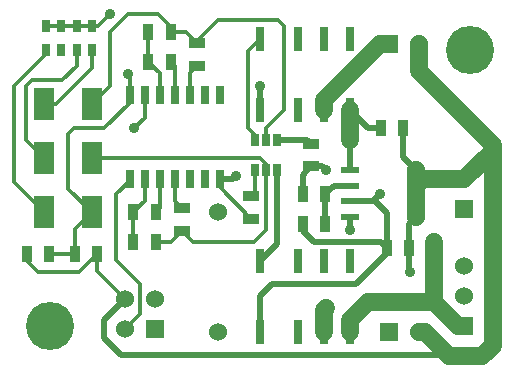
<source format=gtl>
G04 (created by PCBNEW (2013-04-19 BZR 4011)-stable) date 7/15/2013 11:46:01 PM*
%MOIN*%
G04 Gerber Fmt 3.4, Leading zero omitted, Abs format*
%FSLAX34Y34*%
G01*
G70*
G90*
G04 APERTURE LIST*
%ADD10C,0.000787402*%
%ADD11R,0.035X0.055*%
%ADD12R,0.0709X0.1063*%
%ADD13C,0.06*%
%ADD14C,0.16*%
%ADD15R,0.06X0.06*%
%ADD16R,0.055X0.035*%
%ADD17R,0.0255906X0.0393701*%
%ADD18R,0.0276X0.0394*%
%ADD19R,0.0275591X0.0787402*%
%ADD20R,0.0275591X0.0610236*%
%ADD21R,0.0610236X0.023622*%
%ADD22C,0.035*%
%ADD23C,0.0590551*%
%ADD24C,0.019685*%
%ADD25C,0.011811*%
G04 APERTURE END LIST*
G54D10*
G54D11*
X46775Y-44800D03*
X46025Y-44800D03*
X47625Y-44800D03*
X48375Y-44800D03*
G54D12*
X48187Y-39800D03*
X46613Y-39800D03*
X48187Y-41600D03*
X46613Y-41600D03*
X48187Y-43400D03*
X46613Y-43400D03*
G54D13*
X52400Y-47400D03*
X52400Y-43400D03*
G54D14*
X46800Y-47200D03*
X60800Y-38000D03*
G54D15*
X50300Y-47300D03*
G54D13*
X49300Y-47300D03*
X50300Y-46300D03*
X49300Y-46300D03*
G54D15*
X58100Y-47400D03*
G54D13*
X59100Y-47400D03*
G54D15*
X58100Y-37800D03*
G54D13*
X59100Y-37800D03*
G54D15*
X60600Y-43300D03*
G54D13*
X60600Y-42300D03*
G54D15*
X60600Y-47200D03*
G54D13*
X60600Y-46200D03*
X60600Y-45200D03*
G54D11*
X50825Y-37400D03*
X50075Y-37400D03*
X50825Y-38400D03*
X50075Y-38400D03*
G54D16*
X51700Y-37775D03*
X51700Y-38525D03*
G54D11*
X49575Y-44400D03*
X50325Y-44400D03*
X49575Y-43400D03*
X50325Y-43400D03*
G54D16*
X51200Y-43275D03*
X51200Y-44025D03*
X53500Y-42875D03*
X53500Y-43625D03*
X55500Y-41125D03*
X55500Y-41875D03*
G54D17*
X48200Y-37206D03*
X47688Y-37206D03*
X47176Y-37206D03*
X46664Y-37206D03*
X46664Y-37993D03*
X47176Y-37993D03*
X47688Y-37993D03*
X48200Y-37993D03*
G54D18*
X53625Y-41000D03*
X54000Y-41000D03*
X54375Y-41000D03*
X54375Y-42000D03*
X54000Y-42000D03*
X53625Y-42000D03*
G54D19*
X53800Y-47381D03*
X55059Y-47381D03*
X55925Y-47381D03*
X56792Y-47381D03*
X56792Y-45018D03*
X55925Y-45018D03*
X55059Y-45018D03*
X53800Y-45018D03*
X53800Y-39981D03*
X55059Y-39981D03*
X55925Y-39981D03*
X56792Y-39981D03*
X56792Y-37618D03*
X55925Y-37618D03*
X55059Y-37618D03*
X53800Y-37618D03*
G54D20*
X49450Y-42297D03*
X49950Y-42297D03*
X50450Y-42297D03*
X50950Y-42297D03*
X51450Y-42297D03*
X51950Y-42297D03*
X52450Y-42297D03*
X52450Y-39502D03*
X51950Y-39502D03*
X50950Y-39502D03*
X50450Y-39502D03*
X49950Y-39502D03*
X49450Y-39502D03*
X51450Y-39502D03*
G54D11*
X55225Y-43800D03*
X55975Y-43800D03*
X55225Y-42800D03*
X55975Y-42800D03*
X57825Y-40600D03*
X58575Y-40600D03*
X58025Y-44600D03*
X58775Y-44600D03*
G54D21*
X56800Y-42000D03*
X56800Y-42519D03*
X56800Y-43039D03*
X56800Y-43559D03*
X59004Y-43559D03*
X59004Y-43039D03*
X59004Y-42519D03*
X59004Y-42000D03*
G54D22*
X53000Y-42200D03*
X58800Y-45400D03*
X56000Y-42000D03*
X56800Y-44000D03*
X48800Y-36800D03*
X49600Y-40600D03*
X57800Y-42800D03*
X53800Y-39200D03*
X56800Y-41000D03*
X59600Y-44400D03*
X49400Y-38800D03*
X56000Y-46600D03*
G54D23*
X59100Y-47400D02*
X59300Y-47400D01*
X59300Y-47400D02*
X60100Y-48200D01*
X59100Y-37800D02*
X59100Y-38700D01*
X61550Y-41150D02*
X61550Y-41350D01*
X59100Y-38700D02*
X61550Y-41150D01*
G54D24*
X52450Y-42297D02*
X52902Y-42297D01*
X52902Y-42297D02*
X53000Y-42200D01*
X58775Y-45375D02*
X58775Y-44600D01*
X58800Y-45400D02*
X58775Y-45375D01*
X55500Y-41875D02*
X55875Y-41875D01*
X55875Y-41875D02*
X56000Y-42000D01*
X56800Y-44000D02*
X56800Y-43559D01*
X60050Y-48150D02*
X60000Y-48150D01*
X60000Y-48150D02*
X49150Y-48150D01*
X48600Y-47000D02*
X49300Y-46300D01*
X48600Y-47600D02*
X48600Y-47000D01*
X49150Y-48150D02*
X48600Y-47600D01*
X55225Y-42800D02*
X55225Y-42150D01*
X55225Y-42150D02*
X55500Y-41875D01*
X58575Y-40600D02*
X58575Y-41570D01*
X58575Y-41570D02*
X59004Y-42000D01*
X58775Y-44600D02*
X58775Y-43788D01*
X58775Y-43788D02*
X59004Y-43559D01*
G54D23*
X60600Y-42300D02*
X59224Y-42300D01*
X59224Y-42300D02*
X59004Y-42519D01*
X59004Y-42519D02*
X59004Y-42000D01*
X59004Y-43039D02*
X59004Y-42519D01*
X59004Y-43559D02*
X59004Y-43039D01*
X61550Y-41350D02*
X61550Y-47850D01*
X61550Y-47850D02*
X61200Y-48200D01*
X61200Y-48200D02*
X60100Y-48200D01*
X60100Y-48200D02*
X60050Y-48150D01*
X61550Y-41350D02*
X60600Y-42300D01*
G54D25*
X48375Y-44800D02*
X48375Y-45375D01*
X48375Y-45375D02*
X49300Y-46300D01*
X46025Y-44800D02*
X46025Y-45025D01*
X47775Y-45400D02*
X48375Y-44800D01*
X46400Y-45400D02*
X47775Y-45400D01*
X46025Y-45025D02*
X46400Y-45400D01*
X48200Y-37206D02*
X48393Y-37206D01*
X48393Y-37206D02*
X48800Y-36800D01*
X47176Y-37206D02*
X46664Y-37206D01*
X47688Y-37206D02*
X47176Y-37206D01*
X52450Y-42297D02*
X52450Y-42575D01*
X52450Y-42575D02*
X53500Y-43625D01*
X48200Y-37206D02*
X47688Y-37206D01*
X49600Y-40600D02*
X49950Y-40250D01*
X49950Y-40250D02*
X49950Y-39502D01*
X47688Y-37993D02*
X47688Y-38511D01*
X46000Y-40987D02*
X46613Y-41600D01*
X46000Y-39200D02*
X46000Y-40987D01*
X46200Y-39000D02*
X46000Y-39200D01*
X47200Y-39000D02*
X46200Y-39000D01*
X47688Y-38511D02*
X47200Y-39000D01*
X48187Y-41600D02*
X53800Y-41600D01*
X54000Y-41800D02*
X54000Y-42000D01*
X53800Y-41600D02*
X54000Y-41800D01*
X54000Y-42000D02*
X54000Y-44000D01*
X51575Y-44400D02*
X51200Y-44025D01*
X53600Y-44400D02*
X51575Y-44400D01*
X54000Y-44000D02*
X53600Y-44400D01*
X50325Y-44400D02*
X50825Y-44400D01*
X50825Y-44400D02*
X51200Y-44025D01*
X53625Y-42000D02*
X53625Y-42750D01*
X53625Y-42750D02*
X53500Y-42875D01*
G54D24*
X54375Y-41000D02*
X55375Y-41000D01*
X55375Y-41000D02*
X55500Y-41125D01*
G54D25*
X46664Y-37993D02*
X46664Y-38135D01*
X45600Y-42387D02*
X46613Y-43400D01*
X45600Y-39200D02*
X45600Y-42387D01*
X46664Y-38135D02*
X45600Y-39200D01*
X46613Y-39800D02*
X47000Y-39800D01*
X48200Y-38600D02*
X48200Y-37993D01*
X47000Y-39800D02*
X48200Y-38600D01*
G54D24*
X55975Y-42800D02*
X55975Y-43800D01*
X56800Y-42519D02*
X56255Y-42519D01*
X56255Y-42519D02*
X55975Y-42800D01*
X57600Y-43039D02*
X57600Y-43000D01*
X57600Y-43000D02*
X57800Y-42800D01*
X55225Y-43800D02*
X55225Y-44025D01*
X57825Y-44400D02*
X58025Y-44600D01*
X55600Y-44400D02*
X57825Y-44400D01*
X55225Y-44025D02*
X55600Y-44400D01*
X58025Y-44600D02*
X58025Y-44775D01*
X54200Y-45800D02*
X53800Y-46200D01*
X57000Y-45800D02*
X54200Y-45800D01*
X58025Y-44775D02*
X57000Y-45800D01*
X53800Y-39981D02*
X53800Y-39200D01*
X53800Y-46200D02*
X53800Y-47381D01*
X58025Y-44600D02*
X58025Y-43425D01*
X57639Y-43039D02*
X57600Y-43039D01*
X57600Y-43039D02*
X56800Y-43039D01*
X58025Y-43425D02*
X57639Y-43039D01*
X57825Y-40600D02*
X57411Y-40600D01*
X57411Y-40600D02*
X56792Y-39981D01*
X56800Y-42000D02*
X56800Y-41000D01*
G54D23*
X59600Y-46400D02*
X59600Y-44400D01*
X56792Y-40992D02*
X56792Y-39981D01*
X56800Y-41000D02*
X56792Y-40992D01*
X60600Y-47200D02*
X60400Y-47200D01*
X56792Y-47007D02*
X56792Y-47381D01*
X57400Y-46400D02*
X56792Y-47007D01*
X59600Y-46400D02*
X57400Y-46400D01*
X60400Y-47200D02*
X59600Y-46400D01*
G54D25*
X47625Y-44800D02*
X46775Y-44800D01*
X47625Y-44800D02*
X47625Y-43962D01*
X47625Y-43962D02*
X48187Y-43400D01*
X49450Y-38850D02*
X49450Y-39502D01*
X49400Y-38800D02*
X49450Y-38850D01*
X49450Y-39502D02*
X49450Y-39750D01*
X47400Y-42613D02*
X48187Y-43400D01*
X47400Y-40800D02*
X47400Y-42613D01*
X47600Y-40600D02*
X47400Y-40800D01*
X48600Y-40600D02*
X47600Y-40600D01*
X49450Y-39750D02*
X48600Y-40600D01*
X50950Y-39502D02*
X50950Y-38525D01*
X50950Y-38525D02*
X50825Y-38400D01*
X51450Y-39502D02*
X51450Y-38775D01*
X51450Y-38775D02*
X51700Y-38525D01*
X50075Y-37400D02*
X50075Y-38400D01*
X50450Y-39502D02*
X50450Y-38775D01*
X50450Y-38775D02*
X50075Y-38400D01*
X49450Y-42297D02*
X49450Y-42350D01*
X49800Y-46800D02*
X49300Y-47300D01*
X49800Y-45800D02*
X49800Y-46800D01*
X49000Y-45000D02*
X49800Y-45800D01*
X49000Y-42800D02*
X49000Y-45000D01*
X49450Y-42350D02*
X49000Y-42800D01*
G54D23*
X58100Y-37800D02*
X57800Y-37800D01*
X55925Y-39674D02*
X55925Y-39981D01*
X57800Y-37800D02*
X55925Y-39674D01*
G54D25*
X53625Y-41000D02*
X53625Y-40825D01*
X53400Y-38018D02*
X53800Y-37618D01*
X53400Y-40600D02*
X53400Y-38018D01*
X53625Y-40825D02*
X53400Y-40600D01*
G54D24*
X54375Y-42000D02*
X54375Y-44443D01*
X54375Y-44443D02*
X53800Y-45018D01*
G54D25*
X54000Y-37000D02*
X54400Y-37000D01*
X51700Y-37700D02*
X52400Y-37000D01*
X52400Y-37000D02*
X54000Y-37000D01*
X51700Y-37775D02*
X51700Y-37700D01*
X54000Y-40600D02*
X54000Y-41000D01*
X54600Y-40000D02*
X54000Y-40600D01*
X54600Y-37200D02*
X54600Y-40000D01*
X54400Y-37000D02*
X54600Y-37200D01*
X50825Y-37400D02*
X50825Y-37225D01*
X48800Y-39187D02*
X48187Y-39800D01*
X48800Y-37400D02*
X48800Y-39187D01*
X49400Y-36800D02*
X48800Y-37400D01*
X50400Y-36800D02*
X49400Y-36800D01*
X50825Y-37225D02*
X50400Y-36800D01*
X50825Y-37400D02*
X51325Y-37400D01*
X51325Y-37400D02*
X51700Y-37775D01*
X50450Y-42297D02*
X50450Y-43275D01*
X50450Y-43275D02*
X50325Y-43400D01*
G54D23*
X55925Y-46674D02*
X55925Y-47381D01*
X56000Y-46600D02*
X55925Y-46674D01*
G54D25*
X50950Y-42297D02*
X50950Y-43025D01*
X50950Y-43025D02*
X51200Y-43275D01*
X49950Y-42297D02*
X49950Y-43025D01*
X49950Y-43025D02*
X49575Y-43400D01*
X49575Y-43400D02*
X49575Y-44400D01*
M02*

</source>
